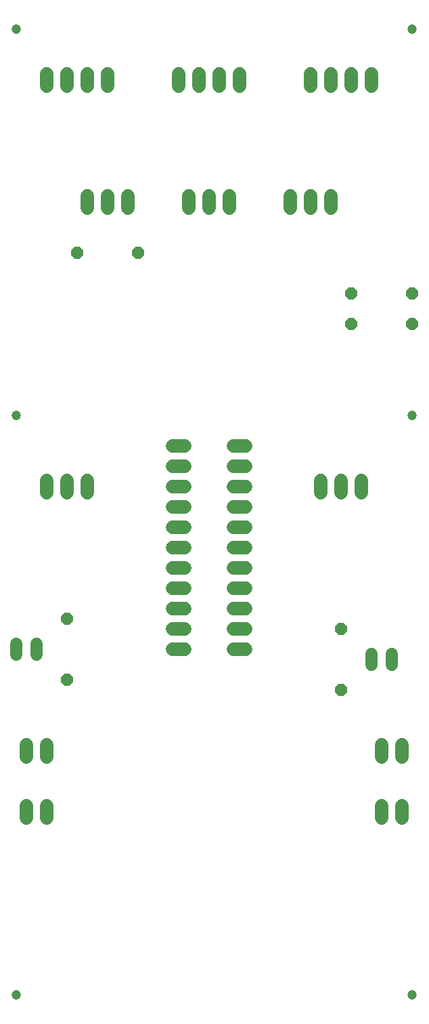
<source format=gbr>
G04 EAGLE Gerber RS-274X export*
G75*
%MOMM*%
%FSLAX34Y34*%
%LPD*%
%INSoldermask Bottom*%
%IPPOS*%
%AMOC8*
5,1,8,0,0,1.08239X$1,22.5*%
G01*
%ADD10C,1.203200*%
%ADD11C,1.711200*%
%ADD12C,1.524000*%
%ADD13P,1.649562X8X22.500000*%
%ADD14P,1.649562X8X112.500000*%


D10*
X25400Y1231900D03*
X520700Y1231900D03*
X520700Y25400D03*
X25400Y25400D03*
X25400Y749300D03*
X520700Y749300D03*
D11*
X482600Y337740D02*
X482600Y322660D01*
X508000Y322660D02*
X508000Y337740D01*
D12*
X495300Y437896D02*
X495300Y451104D01*
X469900Y451104D02*
X469900Y437896D01*
X50800Y450596D02*
X50800Y463804D01*
X25400Y463804D02*
X25400Y450596D01*
D13*
X444500Y901700D03*
X520700Y901700D03*
X101600Y952500D03*
X177800Y952500D03*
D14*
X88900Y419100D03*
X88900Y495300D03*
D13*
X444500Y863600D03*
X520700Y863600D03*
D14*
X431800Y406400D03*
X431800Y482600D03*
D11*
X241300Y1008460D02*
X241300Y1023540D01*
X266700Y1023540D02*
X266700Y1008460D01*
X292100Y1008460D02*
X292100Y1023540D01*
X63500Y1160860D02*
X63500Y1175940D01*
X88900Y1175940D02*
X88900Y1160860D01*
X114300Y1160860D02*
X114300Y1175940D01*
X139700Y1175940D02*
X139700Y1160860D01*
X38100Y261540D02*
X38100Y246460D01*
X63500Y246460D02*
X63500Y261540D01*
X38100Y322660D02*
X38100Y337740D01*
X63500Y337740D02*
X63500Y322660D01*
X221060Y711200D02*
X236140Y711200D01*
X236140Y685800D02*
X221060Y685800D01*
X221060Y660400D02*
X236140Y660400D01*
X236140Y635000D02*
X221060Y635000D01*
X221060Y609600D02*
X236140Y609600D01*
X236140Y584200D02*
X221060Y584200D01*
X221060Y558800D02*
X236140Y558800D01*
X236140Y533400D02*
X221060Y533400D01*
X221060Y508000D02*
X236140Y508000D01*
X236140Y482600D02*
X221060Y482600D01*
X221060Y457200D02*
X236140Y457200D01*
X297260Y711200D02*
X312340Y711200D01*
X312340Y685800D02*
X297260Y685800D01*
X297260Y660400D02*
X312340Y660400D01*
X312340Y635000D02*
X297260Y635000D01*
X297260Y609600D02*
X312340Y609600D01*
X312340Y584200D02*
X297260Y584200D01*
X297260Y558800D02*
X312340Y558800D01*
X312340Y533400D02*
X297260Y533400D01*
X297260Y508000D02*
X312340Y508000D01*
X312340Y482600D02*
X297260Y482600D01*
X297260Y457200D02*
X312340Y457200D01*
X368300Y1008460D02*
X368300Y1023540D01*
X393700Y1023540D02*
X393700Y1008460D01*
X419100Y1008460D02*
X419100Y1023540D01*
X482600Y261540D02*
X482600Y246460D01*
X508000Y246460D02*
X508000Y261540D01*
X114300Y1008460D02*
X114300Y1023540D01*
X139700Y1023540D02*
X139700Y1008460D01*
X165100Y1008460D02*
X165100Y1023540D01*
X63500Y667940D02*
X63500Y652860D01*
X88900Y652860D02*
X88900Y667940D01*
X114300Y667940D02*
X114300Y652860D01*
X406400Y652860D02*
X406400Y667940D01*
X431800Y667940D02*
X431800Y652860D01*
X457200Y652860D02*
X457200Y667940D01*
X393700Y1160860D02*
X393700Y1175940D01*
X419100Y1175940D02*
X419100Y1160860D01*
X444500Y1160860D02*
X444500Y1175940D01*
X469900Y1175940D02*
X469900Y1160860D01*
X228600Y1160860D02*
X228600Y1175940D01*
X254000Y1175940D02*
X254000Y1160860D01*
X279400Y1160860D02*
X279400Y1175940D01*
X304800Y1175940D02*
X304800Y1160860D01*
M02*

</source>
